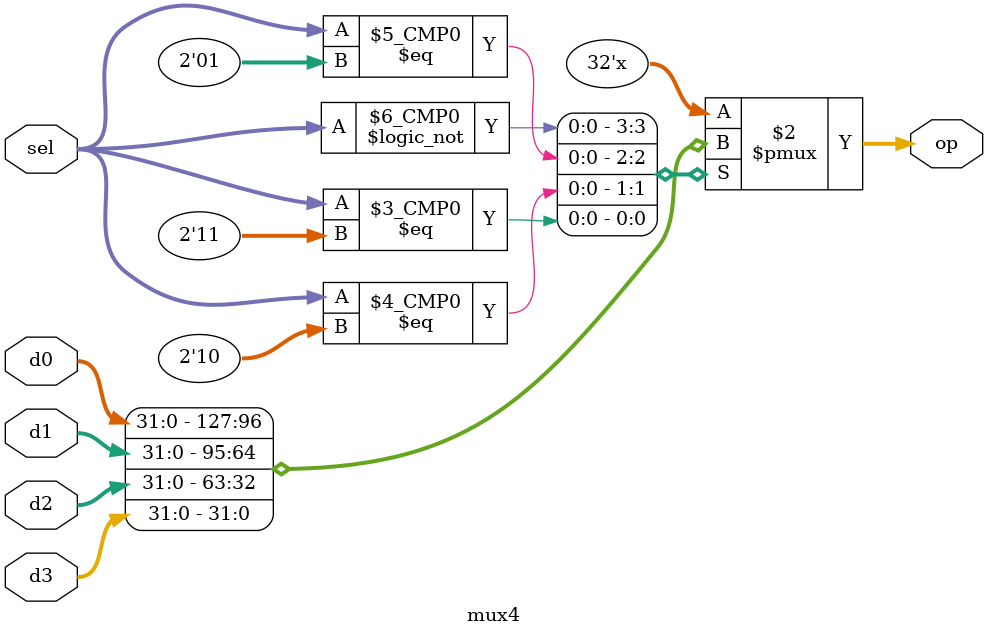
<source format=v>
module mux4(
    input     [31:0] d0, d1, d2,d3,
    input      [1:0]  sel,
    output reg [31:0] op
);
    always @(*) begin
        case (sel)
            2'b00: op = d0;
            2'b01: op = d1;
            2'b10: op = d2;
            2'b11: op = d3;// we don't use this case in the code for 3x1 mux
            default: op = 32'h00000000; // Default case to avoid latches
        endcase
    end
	 endmodule
	 
</source>
